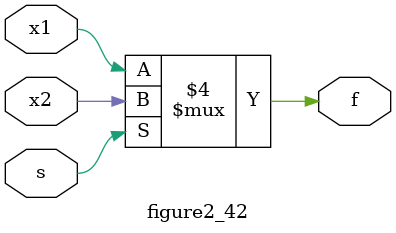
<source format=v>
module figure2_42(x1, x2, s, f);
  input x1, x2, s;
  output f;
  reg f;

  always @(x1 or x2 or s)
    if (s==0)
      f = x1;
    else
      f = x2;
endmodule
</source>
